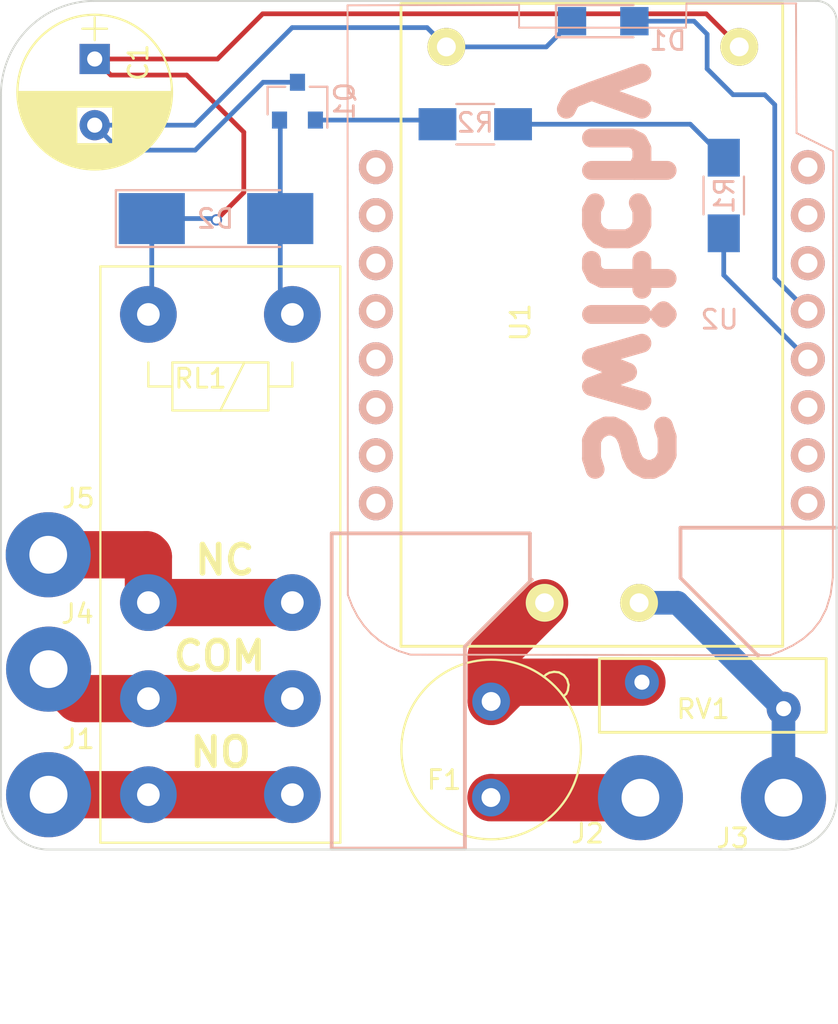
<source format=kicad_pcb>
(kicad_pcb (version 4) (host pcbnew 4.0.7-e1-6374~58~ubuntu16.04.1)

  (general
    (links 23)
    (no_connects 0)
    (area 96.957599 60.179952 141.280001 105.164089)
    (thickness 1.6)
    (drawings 24)
    (tracks 66)
    (zones 0)
    (modules 16)
    (nets 14)
  )

  (page A4)
  (layers
    (0 F.Cu signal)
    (31 B.Cu signal)
    (32 B.Adhes user)
    (33 F.Adhes user)
    (34 B.Paste user)
    (35 F.Paste user)
    (36 B.SilkS user)
    (37 F.SilkS user)
    (38 B.Mask user)
    (39 F.Mask user)
    (40 Dwgs.User user)
    (41 Cmts.User user)
    (42 Eco1.User user)
    (43 Eco2.User user)
    (44 Edge.Cuts user)
    (45 Margin user)
    (46 B.CrtYd user)
    (47 F.CrtYd user)
    (48 B.Fab user)
    (49 F.Fab user)
  )

  (setup
    (last_trace_width 0.25)
    (trace_clearance 0.2)
    (zone_clearance 0.508)
    (zone_45_only yes)
    (trace_min 0.2)
    (segment_width 0.2)
    (edge_width 0.1)
    (via_size 0.6)
    (via_drill 0.4)
    (via_min_size 0.4)
    (via_min_drill 0.3)
    (uvia_size 0.3)
    (uvia_drill 0.1)
    (uvias_allowed no)
    (uvia_min_size 0.2)
    (uvia_min_drill 0.1)
    (pcb_text_width 0.3)
    (pcb_text_size 1.5 1.5)
    (mod_edge_width 0.15)
    (mod_text_size 1 1)
    (mod_text_width 0.15)
    (pad_size 1.5 1.5)
    (pad_drill 0.6)
    (pad_to_mask_clearance 0)
    (aux_axis_origin 0 0)
    (visible_elements FFFFFFFF)
    (pcbplotparams
      (layerselection 0x00030_80000001)
      (usegerberextensions false)
      (excludeedgelayer true)
      (linewidth 0.100000)
      (plotframeref false)
      (viasonmask false)
      (mode 1)
      (useauxorigin false)
      (hpglpennumber 1)
      (hpglpenspeed 20)
      (hpglpendiameter 15)
      (hpglpenoverlay 2)
      (psnegative false)
      (psa4output false)
      (plotreference true)
      (plotvalue true)
      (plotinvisibletext false)
      (padsonsilk false)
      (subtractmaskfromsilk false)
      (outputformat 1)
      (mirror false)
      (drillshape 1)
      (scaleselection 1)
      (outputdirectory ""))
  )

  (net 0 "")
  (net 1 GND)
  (net 2 "Net-(F1-Pad1)")
  (net 3 "Net-(F1-Pad2)")
  (net 4 "Net-(J1-Pad1)")
  (net 5 +3V3)
  (net 6 "Net-(J3-Pad1)")
  (net 7 "Net-(J4-Pad1)")
  (net 8 "Net-(D1-Pad2)")
  (net 9 "Net-(J5-Pad1)")
  (net 10 "Net-(D2-Pad2)")
  (net 11 "Net-(Q1-Pad1)")
  (net 12 "Net-(R1-Pad1)")
  (net 13 "Net-(R1-Pad2)")

  (net_class Default "This is the default net class."
    (clearance 0.2)
    (trace_width 0.25)
    (via_dia 0.6)
    (via_drill 0.4)
    (uvia_dia 0.3)
    (uvia_drill 0.1)
    (add_net +3V3)
    (add_net GND)
    (add_net "Net-(D1-Pad2)")
    (add_net "Net-(D2-Pad2)")
    (add_net "Net-(Q1-Pad1)")
    (add_net "Net-(R1-Pad1)")
    (add_net "Net-(R1-Pad2)")
  )

  (net_class 240V_B_CU ""
    (clearance 0.2)
    (trace_width 1.25)
    (via_dia 0.6)
    (via_drill 0.4)
    (uvia_dia 0.3)
    (uvia_drill 0.1)
    (add_net "Net-(J3-Pad1)")
  )

  (net_class 240V_F_CU ""
    (clearance 0.2)
    (trace_width 2.5)
    (via_dia 0.6)
    (via_drill 0.4)
    (uvia_dia 0.3)
    (uvia_drill 0.1)
    (add_net "Net-(F1-Pad1)")
    (add_net "Net-(F1-Pad2)")
    (add_net "Net-(J1-Pad1)")
    (add_net "Net-(J4-Pad1)")
    (add_net "Net-(J5-Pad1)")
  )

  (module suf_power_module:HLK-PM01 (layer F.Cu) (tedit 5987F362) (tstamp 596346B0)
    (at 128.28 77.36 90)
    (path /595494B8)
    (fp_text reference U1 (at 0.13 -3.78 270) (layer F.SilkS)
      (effects (font (size 1 1) (thickness 0.15)))
    )
    (fp_text value HLK-PM05 (at -0.03 -2.05 270) (layer F.Fab)
      (effects (font (size 1 1) (thickness 0.15)))
    )
    (fp_line (start -17 -10.1) (end -17 10.1) (layer F.SilkS) (width 0.15))
    (fp_line (start -17 10.1) (end 17 10.1) (layer F.SilkS) (width 0.15))
    (fp_line (start 17 10.1) (end 17 -10.1) (layer F.SilkS) (width 0.15))
    (fp_line (start 17 -10.1) (end -17 -10.1) (layer F.SilkS) (width 0.15))
    (pad 1 thru_hole circle (at -14.7 -2.5 90) (size 2 2) (drill 1) (layers *.Cu *.Mask F.SilkS)
      (net 3 "Net-(F1-Pad2)"))
    (pad 2 thru_hole circle (at -14.7 2.5 90) (size 2 2) (drill 1) (layers *.Cu *.Mask F.SilkS)
      (net 6 "Net-(J3-Pad1)"))
    (pad 3 thru_hole circle (at 14.7 -7.7 90) (size 2 2) (drill 1) (layers *.Cu *.Mask F.SilkS)
      (net 1 GND))
    (pad 4 thru_hole circle (at 14.7 7.8 90) (size 2 2) (drill 1) (layers *.Cu *.Mask F.SilkS)
      (net 5 +3V3))
  )

  (module wemos_d1_mini:D1_mini_board (layer B.Cu) (tedit 5977340D) (tstamp 5965BF79)
    (at 128.28 76.64)
    (path /59705B1C)
    (fp_text reference U2 (at 6.76 0.44 180) (layer B.SilkS)
      (effects (font (size 1 1) (thickness 0.15)) (justify mirror))
    )
    (fp_text value WeMos_mini (at 0.12 17.31) (layer B.Fab)
      (effects (font (size 1 1) (thickness 0.15)) (justify mirror))
    )
    (fp_line (start 10.817472 -16.277228) (end 5.00618 -16.277228) (layer B.SilkS) (width 0.1))
    (fp_line (start 5.00618 -16.277228) (end 4.979849 -14.993795) (layer B.SilkS) (width 0.1))
    (fp_line (start 4.979849 -14.993795) (end -3.851373 -15.000483) (layer B.SilkS) (width 0.1))
    (fp_line (start -3.851373 -15.000483) (end -3.849397 -16.202736) (layer B.SilkS) (width 0.1))
    (fp_line (start -3.849397 -16.202736) (end -12.930193 -16.176658) (layer B.SilkS) (width 0.1))
    (fp_line (start -12.930193 -16.176658) (end -12.916195 14.993493) (layer B.SilkS) (width 0.1))
    (fp_line (start -12.916195 14.993493) (end -12.683384 15.596286) (layer B.SilkS) (width 0.1))
    (fp_line (start -12.683384 15.596286) (end -12.399901 16.141167) (layer B.SilkS) (width 0.1))
    (fp_line (start -12.399901 16.141167) (end -12.065253 16.627577) (layer B.SilkS) (width 0.1))
    (fp_line (start -12.065253 16.627577) (end -11.678953 17.054952) (layer B.SilkS) (width 0.1))
    (fp_line (start -11.678953 17.054952) (end -11.240512 17.422741) (layer B.SilkS) (width 0.1))
    (fp_line (start -11.240512 17.422741) (end -10.74944 17.730377) (layer B.SilkS) (width 0.1))
    (fp_line (start -10.74944 17.730377) (end -10.20525 17.97731) (layer B.SilkS) (width 0.1))
    (fp_line (start -10.20525 17.97731) (end -9.607453 18.162976) (layer B.SilkS) (width 0.1))
    (fp_line (start -9.607453 18.162976) (end 9.43046 18.191734) (layer B.SilkS) (width 0.1))
    (fp_line (start 9.43046 18.191734) (end 10.049824 17.957741) (layer B.SilkS) (width 0.1))
    (fp_line (start 10.049824 17.957741) (end 10.638018 17.673258) (layer B.SilkS) (width 0.1))
    (fp_line (start 10.638018 17.673258) (end 11.181445 17.323743) (layer B.SilkS) (width 0.1))
    (fp_line (start 11.181445 17.323743) (end 11.666503 16.894658) (layer B.SilkS) (width 0.1))
    (fp_line (start 11.666503 16.894658) (end 12.079595 16.37146) (layer B.SilkS) (width 0.1))
    (fp_line (start 12.079595 16.37146) (end 12.407122 15.739613) (layer B.SilkS) (width 0.1))
    (fp_line (start 12.407122 15.739613) (end 12.635482 14.984575) (layer B.SilkS) (width 0.1))
    (fp_line (start 12.635482 14.984575) (end 12.751078 14.091807) (layer B.SilkS) (width 0.1))
    (fp_line (start 12.751078 14.091807) (end 12.776026 -8.463285) (layer B.SilkS) (width 0.1))
    (fp_line (start 12.776026 -8.463285) (end 10.83248 -9.424181) (layer B.SilkS) (width 0.1))
    (fp_line (start 10.83248 -9.424181) (end 10.802686 -16.232524) (layer B.SilkS) (width 0.1))
    (pad 8 thru_hole circle (at -11.43 10.16) (size 1.8 1.8) (drill 1.016) (layers *.Cu *.Mask B.SilkS))
    (pad 7 thru_hole circle (at -11.43 7.62) (size 1.8 1.8) (drill 1.016) (layers *.Cu *.Mask B.SilkS))
    (pad 6 thru_hole circle (at -11.43 5.08) (size 1.8 1.8) (drill 1.016) (layers *.Cu *.Mask B.SilkS))
    (pad 5 thru_hole circle (at -11.43 2.54) (size 1.8 1.8) (drill 1.016) (layers *.Cu *.Mask B.SilkS))
    (pad 4 thru_hole circle (at -11.43 0) (size 1.8 1.8) (drill 1.016) (layers *.Cu *.Mask B.SilkS))
    (pad 3 thru_hole circle (at -11.43 -2.54) (size 1.8 1.8) (drill 1.016) (layers *.Cu *.Mask B.SilkS))
    (pad 2 thru_hole circle (at -11.43 -5.08) (size 1.8 1.8) (drill 1.016) (layers *.Cu *.Mask B.SilkS))
    (pad 1 thru_hole circle (at -11.43 -7.62) (size 1.8 1.8) (drill 1.016) (layers *.Cu *.Mask B.SilkS))
    (pad 16 thru_hole circle (at 11.43 -7.62) (size 1.8 1.8) (drill 1.016) (layers *.Cu *.Mask B.SilkS))
    (pad 15 thru_hole circle (at 11.43 -5.08) (size 1.8 1.8) (drill 1.016) (layers *.Cu *.Mask B.SilkS))
    (pad 14 thru_hole circle (at 11.43 -2.54) (size 1.8 1.8) (drill 1.016) (layers *.Cu *.Mask B.SilkS))
    (pad 13 thru_hole circle (at 11.43 0) (size 1.8 1.8) (drill 1.016) (layers *.Cu *.Mask B.SilkS)
      (net 8 "Net-(D1-Pad2)"))
    (pad 12 thru_hole circle (at 11.43 2.54) (size 1.8 1.8) (drill 1.016) (layers *.Cu *.Mask B.SilkS)
      (net 12 "Net-(R1-Pad1)"))
    (pad 11 thru_hole circle (at 11.43 5.08) (size 1.8 1.8) (drill 1.016) (layers *.Cu *.Mask B.SilkS))
    (pad 10 thru_hole circle (at 11.43 7.62) (size 1.8 1.8) (drill 1.016) (layers *.Cu *.Mask B.SilkS))
    (pad 9 thru_hole circle (at 11.43 10.16) (size 1.8 1.8) (drill 1.016) (layers *.Cu *.Mask B.SilkS))
  )

  (module Wire_Pads:SolderWirePad_single_2mmDrill (layer F.Cu) (tedit 59732B88) (tstamp 5963468C)
    (at 99.53 102.21)
    (path /5954A718)
    (fp_text reference J1 (at 1.58 -2.94) (layer F.SilkS)
      (effects (font (size 1 1) (thickness 0.15)))
    )
    (fp_text value LOAD_NO (at 9.21 0.16) (layer F.Fab)
      (effects (font (size 1 1) (thickness 0.15)))
    )
    (pad 1 thru_hole circle (at 0 0) (size 4.50088 4.50088) (drill 1.99898) (layers *.Cu *.Mask)
      (net 4 "Net-(J1-Pad1)"))
  )

  (module Fuse_Holders_and_Fuses:Fuseholder_Fuse_TR5_Littlefuse-No560_No460 (layer F.Cu) (tedit 59732BCA) (tstamp 59634681)
    (at 122.94 102.36 90)
    (descr "Fuse, Fuseholder, TR5, Littlefuse/Wickmann, No. 460, No560,")
    (tags "Fuse Fuseholder TR5 Littlefuse/Wickmann No. 460 No560 ")
    (path /5954A51F)
    (fp_text reference F1 (at 0.93 -2.48 360) (layer F.SilkS)
      (effects (font (size 1 1) (thickness 0.15)))
    )
    (fp_text value TR5-50ma (at 2.42 0 180) (layer F.Fab)
      (effects (font (size 1 1) (thickness 0.15)))
    )
    (fp_line (start 5.44 3.94) (end 5.31 3.79) (layer F.Fab) (width 0.1))
    (fp_line (start 5.62 4.02) (end 5.44 3.94) (layer F.Fab) (width 0.1))
    (fp_line (start 5.91 4.06) (end 5.62 4.02) (layer F.Fab) (width 0.1))
    (fp_line (start 6.2 3.98) (end 5.91 4.06) (layer F.Fab) (width 0.1))
    (fp_line (start 6.42 3.81) (end 6.2 3.98) (layer F.Fab) (width 0.1))
    (fp_line (start 6.57 3.55) (end 6.42 3.81) (layer F.Fab) (width 0.1))
    (fp_line (start 6.6 3.29) (end 6.57 3.55) (layer F.Fab) (width 0.1))
    (fp_line (start 6.55 3.04) (end 6.6 3.29) (layer F.Fab) (width 0.1))
    (fp_line (start 6.46 2.88) (end 6.55 3.04) (layer F.Fab) (width 0.1))
    (fp_line (start 6.34 2.74) (end 6.46 2.88) (layer F.Fab) (width 0.1))
    (fp_line (start 6.39 2.79) (end 6.51 2.93) (layer F.SilkS) (width 0.12))
    (fp_line (start 6.51 2.93) (end 6.6 3.09) (layer F.SilkS) (width 0.12))
    (fp_line (start 6.6 3.09) (end 6.65 3.34) (layer F.SilkS) (width 0.12))
    (fp_line (start 6.65 3.34) (end 6.62 3.6) (layer F.SilkS) (width 0.12))
    (fp_line (start 6.62 3.6) (end 6.47 3.86) (layer F.SilkS) (width 0.12))
    (fp_line (start 6.47 3.86) (end 6.25 4.03) (layer F.SilkS) (width 0.12))
    (fp_line (start 6.25 4.03) (end 5.96 4.11) (layer F.SilkS) (width 0.12))
    (fp_line (start 5.96 4.11) (end 5.67 4.07) (layer F.SilkS) (width 0.12))
    (fp_line (start 5.67 4.07) (end 5.49 3.99) (layer F.SilkS) (width 0.12))
    (fp_line (start 5.49 3.99) (end 5.36 3.84) (layer F.SilkS) (width 0.12))
    (fp_line (start -2.46 -4.99) (end 7.54 -4.99) (layer F.CrtYd) (width 0.05))
    (fp_line (start -2.46 -4.99) (end -2.46 5.01) (layer F.CrtYd) (width 0.05))
    (fp_line (start 7.54 5.01) (end 7.54 -4.99) (layer F.CrtYd) (width 0.05))
    (fp_line (start 7.54 5.01) (end -2.46 5.01) (layer F.CrtYd) (width 0.05))
    (fp_circle (center 2.55 0) (end 7.25 0) (layer F.Fab) (width 0.1))
    (fp_circle (center 2.54 0.01) (end 7.29 0.01) (layer F.SilkS) (width 0.12))
    (pad 1 thru_hole circle (at 0 0 90) (size 2 2) (drill 1) (layers *.Cu *.Mask)
      (net 2 "Net-(F1-Pad1)"))
    (pad 2 thru_hole circle (at 5.08 0.01 90) (size 2 2) (drill 1) (layers *.Cu *.Mask)
      (net 3 "Net-(F1-Pad2)"))
  )

  (module Wire_Pads:SolderWirePad_single_2mmDrill (layer F.Cu) (tedit 59732627) (tstamp 59634691)
    (at 130.85 102.37)
    (path /59549567)
    (fp_text reference J2 (at -2.79 1.89) (layer F.SilkS)
      (effects (font (size 1 1) (thickness 0.15)))
    )
    (fp_text value PHASE_IN (at 0.13 6.99 270) (layer F.Fab)
      (effects (font (size 1 1) (thickness 0.15)))
    )
    (pad 1 thru_hole circle (at 0 0) (size 4.50088 4.50088) (drill 1.99898) (layers *.Cu *.Mask)
      (net 2 "Net-(F1-Pad1)"))
  )

  (module Wire_Pads:SolderWirePad_single_2mmDrill (layer F.Cu) (tedit 5973276D) (tstamp 59634696)
    (at 138.42 102.37)
    (path /595495C5)
    (fp_text reference J3 (at -2.68 2.14) (layer F.SilkS)
      (effects (font (size 1 1) (thickness 0.15)))
    )
    (fp_text value NEUTRAL_IN (at 0.14 7.49 270) (layer F.Fab)
      (effects (font (size 1 1) (thickness 0.15)))
    )
    (pad 1 thru_hole circle (at 0 0) (size 4.50088 4.50088) (drill 1.99898) (layers *.Cu *.Mask)
      (net 6 "Net-(J3-Pad1)"))
  )

  (module Relays_THT:Relay_SPDT_Schrack-RT1_RM5mm (layer F.Cu) (tedit 5973271C) (tstamp 596346A2)
    (at 104.81 76.81 270)
    (descr "Relay SPST Schrack-RT1 RM5mm")
    (tags "Relay SPST Schrack-RT1 RM5mm Reais 1x um")
    (path /59633C58)
    (fp_text reference RL1 (at 3.39 -2.76 360) (layer F.SilkS)
      (effects (font (size 1 1) (thickness 0.15)))
    )
    (fp_text value SCHRACK_16A_5V_COIL (at 1.51 6.58 270) (layer F.Fab)
      (effects (font (size 1 1) (thickness 0.15)))
    )
    (fp_line (start -2.8 -10.4) (end 28.2 -10.4) (layer F.CrtYd) (width 0.05))
    (fp_line (start -2.8 2.8) (end -2.8 -10.4) (layer F.CrtYd) (width 0.05))
    (fp_line (start 28.2 -10.4) (end 28.2 2.8) (layer F.CrtYd) (width 0.05))
    (fp_line (start 28.2 2.8) (end -2.8 2.8) (layer F.CrtYd) (width 0.05))
    (fp_line (start 2.54 -5.08) (end 5.08 -3.81) (layer F.SilkS) (width 0.12))
    (fp_line (start 3.81 -1.27) (end 3.81 0) (layer F.SilkS) (width 0.12))
    (fp_line (start 3.81 0) (end 2.54 0) (layer F.SilkS) (width 0.12))
    (fp_line (start 2.54 -7.62) (end 3.81 -7.62) (layer F.SilkS) (width 0.12))
    (fp_line (start 3.81 -7.62) (end 3.81 -6.35) (layer F.SilkS) (width 0.12))
    (fp_line (start 3.81 -6.35) (end 5.08 -6.35) (layer F.SilkS) (width 0.12))
    (fp_line (start 5.08 -6.35) (end 5.08 -1.27) (layer F.SilkS) (width 0.12))
    (fp_line (start 5.08 -1.27) (end 2.54 -1.27) (layer F.SilkS) (width 0.12))
    (fp_line (start 2.54 -1.27) (end 2.54 -6.35) (layer F.SilkS) (width 0.12))
    (fp_line (start 2.54 -6.35) (end 3.81 -6.35) (layer F.SilkS) (width 0.12))
    (fp_line (start -2.54 -10.16) (end 27.94 -10.16) (layer F.SilkS) (width 0.12))
    (fp_line (start 27.94 -10.16) (end 27.94 2.54) (layer F.SilkS) (width 0.12))
    (fp_line (start 27.94 2.54) (end -2.54 2.54) (layer F.SilkS) (width 0.12))
    (fp_line (start -2.54 2.54) (end -2.54 -10.16) (layer F.SilkS) (width 0.12))
    (pad A1 thru_hole circle (at 0 -7.62 270) (size 2.99974 2.99974) (drill 1.19888) (layers *.Cu *.Mask)
      (net 10 "Net-(D2-Pad2)"))
    (pad A2 thru_hole circle (at 0 0 270) (size 2.99974 2.99974) (drill 1.19888) (layers *.Cu *.Mask)
      (net 5 +3V3))
    (pad 12 thru_hole circle (at 15.24 0 270) (size 2.99974 2.99974) (drill 1.19888) (layers *.Cu *.Mask)
      (net 9 "Net-(J5-Pad1)"))
    (pad 11 thru_hole circle (at 20.32 0 270) (size 2.99974 2.99974) (drill 1.19888) (layers *.Cu *.Mask)
      (net 7 "Net-(J4-Pad1)"))
    (pad 14 thru_hole circle (at 25.4 0 270) (size 2.99974 2.99974) (drill 1.19888) (layers *.Cu *.Mask)
      (net 4 "Net-(J1-Pad1)"))
    (pad 12 thru_hole circle (at 15.24 -7.62 270) (size 2.99974 2.99974) (drill 1.19888) (layers *.Cu *.Mask)
      (net 9 "Net-(J5-Pad1)"))
    (pad 11 thru_hole circle (at 20.32 -7.62 270) (size 2.99974 2.99974) (drill 1.19888) (layers *.Cu *.Mask)
      (net 7 "Net-(J4-Pad1)"))
    (pad 14 thru_hole circle (at 25.4 -7.62 270) (size 2.99974 2.99974) (drill 1.19888) (layers *.Cu *.Mask)
      (net 4 "Net-(J1-Pad1)"))
  )

  (module Varistors:RV_Disc_D12_W3.9_P7.5 (layer F.Cu) (tedit 59732652) (tstamp 596346A8)
    (at 138.43 97.66 180)
    (tags "varistor SIOV")
    (path /5962E505)
    (fp_text reference RV1 (at 4.26 -0.02 360) (layer F.SilkS)
      (effects (font (size 1 1) (thickness 0.15)))
    )
    (fp_text value Varistor (at 1.41 1.88 360) (layer F.Fab)
      (effects (font (size 1 1) (thickness 0.15)))
    )
    (fp_line (start -2.5 2.9) (end 10 2.9) (layer F.CrtYd) (width 0.05))
    (fp_line (start -2.5 -1.5) (end 10 -1.5) (layer F.CrtYd) (width 0.05))
    (fp_line (start 10 -1.5) (end 10 2.9) (layer F.CrtYd) (width 0.05))
    (fp_line (start -2.5 -1.5) (end -2.5 2.9) (layer F.CrtYd) (width 0.05))
    (fp_line (start -2.25 2.65) (end 9.75 2.65) (layer F.SilkS) (width 0.15))
    (fp_line (start -2.25 -1.25) (end 9.75 -1.25) (layer F.SilkS) (width 0.15))
    (fp_line (start 9.75 -1.25) (end 9.75 2.65) (layer F.SilkS) (width 0.15))
    (fp_line (start -2.25 -1.25) (end -2.25 2.65) (layer F.SilkS) (width 0.15))
    (pad 1 thru_hole circle (at 0 0 180) (size 1.8 1.8) (drill 0.8) (layers *.Cu *.Mask)
      (net 6 "Net-(J3-Pad1)"))
    (pad 2 thru_hole circle (at 7.5 1.4 180) (size 1.8 1.8) (drill 0.8) (layers *.Cu *.Mask)
      (net 3 "Net-(F1-Pad2)"))
  )

  (module Capacitors_THT:CP_Radial_D8.0mm_P3.50mm (layer F.Cu) (tedit 597326DF) (tstamp 5965E408)
    (at 101.97 63.3 270)
    (descr "CP, Radial series, Radial, pin pitch=3.50mm, , diameter=8mm, Electrolytic Capacitor")
    (tags "CP Radial series Radial pin pitch 3.50mm  diameter 8mm Electrolytic Capacitor")
    (path /5965DDFA)
    (fp_text reference C1 (at 0.18 -2.31 270) (layer F.SilkS)
      (effects (font (size 1 1) (thickness 0.15)))
    )
    (fp_text value "470uf 16v" (at 1.86 -5.42 450) (layer F.Fab)
      (effects (font (size 1 1) (thickness 0.15)))
    )
    (fp_circle (center 1.75 0) (end 5.75 0) (layer F.Fab) (width 0.1))
    (fp_circle (center 1.75 0) (end 5.84 0) (layer F.SilkS) (width 0.12))
    (fp_line (start -2.2 0) (end -1 0) (layer F.Fab) (width 0.1))
    (fp_line (start -1.6 -0.65) (end -1.6 0.65) (layer F.Fab) (width 0.1))
    (fp_line (start 1.75 -4.05) (end 1.75 4.05) (layer F.SilkS) (width 0.12))
    (fp_line (start 1.79 -4.05) (end 1.79 4.05) (layer F.SilkS) (width 0.12))
    (fp_line (start 1.83 -4.05) (end 1.83 4.05) (layer F.SilkS) (width 0.12))
    (fp_line (start 1.87 -4.049) (end 1.87 4.049) (layer F.SilkS) (width 0.12))
    (fp_line (start 1.91 -4.047) (end 1.91 4.047) (layer F.SilkS) (width 0.12))
    (fp_line (start 1.95 -4.046) (end 1.95 4.046) (layer F.SilkS) (width 0.12))
    (fp_line (start 1.99 -4.043) (end 1.99 4.043) (layer F.SilkS) (width 0.12))
    (fp_line (start 2.03 -4.041) (end 2.03 4.041) (layer F.SilkS) (width 0.12))
    (fp_line (start 2.07 -4.038) (end 2.07 4.038) (layer F.SilkS) (width 0.12))
    (fp_line (start 2.11 -4.035) (end 2.11 4.035) (layer F.SilkS) (width 0.12))
    (fp_line (start 2.15 -4.031) (end 2.15 4.031) (layer F.SilkS) (width 0.12))
    (fp_line (start 2.19 -4.027) (end 2.19 4.027) (layer F.SilkS) (width 0.12))
    (fp_line (start 2.23 -4.022) (end 2.23 4.022) (layer F.SilkS) (width 0.12))
    (fp_line (start 2.27 -4.017) (end 2.27 4.017) (layer F.SilkS) (width 0.12))
    (fp_line (start 2.31 -4.012) (end 2.31 4.012) (layer F.SilkS) (width 0.12))
    (fp_line (start 2.35 -4.006) (end 2.35 4.006) (layer F.SilkS) (width 0.12))
    (fp_line (start 2.39 -4) (end 2.39 4) (layer F.SilkS) (width 0.12))
    (fp_line (start 2.43 -3.994) (end 2.43 3.994) (layer F.SilkS) (width 0.12))
    (fp_line (start 2.471 -3.987) (end 2.471 3.987) (layer F.SilkS) (width 0.12))
    (fp_line (start 2.511 -3.979) (end 2.511 3.979) (layer F.SilkS) (width 0.12))
    (fp_line (start 2.551 -3.971) (end 2.551 -0.98) (layer F.SilkS) (width 0.12))
    (fp_line (start 2.551 0.98) (end 2.551 3.971) (layer F.SilkS) (width 0.12))
    (fp_line (start 2.591 -3.963) (end 2.591 -0.98) (layer F.SilkS) (width 0.12))
    (fp_line (start 2.591 0.98) (end 2.591 3.963) (layer F.SilkS) (width 0.12))
    (fp_line (start 2.631 -3.955) (end 2.631 -0.98) (layer F.SilkS) (width 0.12))
    (fp_line (start 2.631 0.98) (end 2.631 3.955) (layer F.SilkS) (width 0.12))
    (fp_line (start 2.671 -3.946) (end 2.671 -0.98) (layer F.SilkS) (width 0.12))
    (fp_line (start 2.671 0.98) (end 2.671 3.946) (layer F.SilkS) (width 0.12))
    (fp_line (start 2.711 -3.936) (end 2.711 -0.98) (layer F.SilkS) (width 0.12))
    (fp_line (start 2.711 0.98) (end 2.711 3.936) (layer F.SilkS) (width 0.12))
    (fp_line (start 2.751 -3.926) (end 2.751 -0.98) (layer F.SilkS) (width 0.12))
    (fp_line (start 2.751 0.98) (end 2.751 3.926) (layer F.SilkS) (width 0.12))
    (fp_line (start 2.791 -3.916) (end 2.791 -0.98) (layer F.SilkS) (width 0.12))
    (fp_line (start 2.791 0.98) (end 2.791 3.916) (layer F.SilkS) (width 0.12))
    (fp_line (start 2.831 -3.905) (end 2.831 -0.98) (layer F.SilkS) (width 0.12))
    (fp_line (start 2.831 0.98) (end 2.831 3.905) (layer F.SilkS) (width 0.12))
    (fp_line (start 2.871 -3.894) (end 2.871 -0.98) (layer F.SilkS) (width 0.12))
    (fp_line (start 2.871 0.98) (end 2.871 3.894) (layer F.SilkS) (width 0.12))
    (fp_line (start 2.911 -3.883) (end 2.911 -0.98) (layer F.SilkS) (width 0.12))
    (fp_line (start 2.911 0.98) (end 2.911 3.883) (layer F.SilkS) (width 0.12))
    (fp_line (start 2.951 -3.87) (end 2.951 -0.98) (layer F.SilkS) (width 0.12))
    (fp_line (start 2.951 0.98) (end 2.951 3.87) (layer F.SilkS) (width 0.12))
    (fp_line (start 2.991 -3.858) (end 2.991 -0.98) (layer F.SilkS) (width 0.12))
    (fp_line (start 2.991 0.98) (end 2.991 3.858) (layer F.SilkS) (width 0.12))
    (fp_line (start 3.031 -3.845) (end 3.031 -0.98) (layer F.SilkS) (width 0.12))
    (fp_line (start 3.031 0.98) (end 3.031 3.845) (layer F.SilkS) (width 0.12))
    (fp_line (start 3.071 -3.832) (end 3.071 -0.98) (layer F.SilkS) (width 0.12))
    (fp_line (start 3.071 0.98) (end 3.071 3.832) (layer F.SilkS) (width 0.12))
    (fp_line (start 3.111 -3.818) (end 3.111 -0.98) (layer F.SilkS) (width 0.12))
    (fp_line (start 3.111 0.98) (end 3.111 3.818) (layer F.SilkS) (width 0.12))
    (fp_line (start 3.151 -3.803) (end 3.151 -0.98) (layer F.SilkS) (width 0.12))
    (fp_line (start 3.151 0.98) (end 3.151 3.803) (layer F.SilkS) (width 0.12))
    (fp_line (start 3.191 -3.789) (end 3.191 -0.98) (layer F.SilkS) (width 0.12))
    (fp_line (start 3.191 0.98) (end 3.191 3.789) (layer F.SilkS) (width 0.12))
    (fp_line (start 3.231 -3.773) (end 3.231 -0.98) (layer F.SilkS) (width 0.12))
    (fp_line (start 3.231 0.98) (end 3.231 3.773) (layer F.SilkS) (width 0.12))
    (fp_line (start 3.271 -3.758) (end 3.271 -0.98) (layer F.SilkS) (width 0.12))
    (fp_line (start 3.271 0.98) (end 3.271 3.758) (layer F.SilkS) (width 0.12))
    (fp_line (start 3.311 -3.741) (end 3.311 -0.98) (layer F.SilkS) (width 0.12))
    (fp_line (start 3.311 0.98) (end 3.311 3.741) (layer F.SilkS) (width 0.12))
    (fp_line (start 3.351 -3.725) (end 3.351 -0.98) (layer F.SilkS) (width 0.12))
    (fp_line (start 3.351 0.98) (end 3.351 3.725) (layer F.SilkS) (width 0.12))
    (fp_line (start 3.391 -3.707) (end 3.391 -0.98) (layer F.SilkS) (width 0.12))
    (fp_line (start 3.391 0.98) (end 3.391 3.707) (layer F.SilkS) (width 0.12))
    (fp_line (start 3.431 -3.69) (end 3.431 -0.98) (layer F.SilkS) (width 0.12))
    (fp_line (start 3.431 0.98) (end 3.431 3.69) (layer F.SilkS) (width 0.12))
    (fp_line (start 3.471 -3.671) (end 3.471 -0.98) (layer F.SilkS) (width 0.12))
    (fp_line (start 3.471 0.98) (end 3.471 3.671) (layer F.SilkS) (width 0.12))
    (fp_line (start 3.511 -3.652) (end 3.511 -0.98) (layer F.SilkS) (width 0.12))
    (fp_line (start 3.511 0.98) (end 3.511 3.652) (layer F.SilkS) (width 0.12))
    (fp_line (start 3.551 -3.633) (end 3.551 -0.98) (layer F.SilkS) (width 0.12))
    (fp_line (start 3.551 0.98) (end 3.551 3.633) (layer F.SilkS) (width 0.12))
    (fp_line (start 3.591 -3.613) (end 3.591 -0.98) (layer F.SilkS) (width 0.12))
    (fp_line (start 3.591 0.98) (end 3.591 3.613) (layer F.SilkS) (width 0.12))
    (fp_line (start 3.631 -3.593) (end 3.631 -0.98) (layer F.SilkS) (width 0.12))
    (fp_line (start 3.631 0.98) (end 3.631 3.593) (layer F.SilkS) (width 0.12))
    (fp_line (start 3.671 -3.572) (end 3.671 -0.98) (layer F.SilkS) (width 0.12))
    (fp_line (start 3.671 0.98) (end 3.671 3.572) (layer F.SilkS) (width 0.12))
    (fp_line (start 3.711 -3.55) (end 3.711 -0.98) (layer F.SilkS) (width 0.12))
    (fp_line (start 3.711 0.98) (end 3.711 3.55) (layer F.SilkS) (width 0.12))
    (fp_line (start 3.751 -3.528) (end 3.751 -0.98) (layer F.SilkS) (width 0.12))
    (fp_line (start 3.751 0.98) (end 3.751 3.528) (layer F.SilkS) (width 0.12))
    (fp_line (start 3.791 -3.505) (end 3.791 -0.98) (layer F.SilkS) (width 0.12))
    (fp_line (start 3.791 0.98) (end 3.791 3.505) (layer F.SilkS) (width 0.12))
    (fp_line (start 3.831 -3.482) (end 3.831 -0.98) (layer F.SilkS) (width 0.12))
    (fp_line (start 3.831 0.98) (end 3.831 3.482) (layer F.SilkS) (width 0.12))
    (fp_line (start 3.871 -3.458) (end 3.871 -0.98) (layer F.SilkS) (width 0.12))
    (fp_line (start 3.871 0.98) (end 3.871 3.458) (layer F.SilkS) (width 0.12))
    (fp_line (start 3.911 -3.434) (end 3.911 -0.98) (layer F.SilkS) (width 0.12))
    (fp_line (start 3.911 0.98) (end 3.911 3.434) (layer F.SilkS) (width 0.12))
    (fp_line (start 3.951 -3.408) (end 3.951 -0.98) (layer F.SilkS) (width 0.12))
    (fp_line (start 3.951 0.98) (end 3.951 3.408) (layer F.SilkS) (width 0.12))
    (fp_line (start 3.991 -3.383) (end 3.991 -0.98) (layer F.SilkS) (width 0.12))
    (fp_line (start 3.991 0.98) (end 3.991 3.383) (layer F.SilkS) (width 0.12))
    (fp_line (start 4.031 -3.356) (end 4.031 -0.98) (layer F.SilkS) (width 0.12))
    (fp_line (start 4.031 0.98) (end 4.031 3.356) (layer F.SilkS) (width 0.12))
    (fp_line (start 4.071 -3.329) (end 4.071 -0.98) (layer F.SilkS) (width 0.12))
    (fp_line (start 4.071 0.98) (end 4.071 3.329) (layer F.SilkS) (width 0.12))
    (fp_line (start 4.111 -3.301) (end 4.111 -0.98) (layer F.SilkS) (width 0.12))
    (fp_line (start 4.111 0.98) (end 4.111 3.301) (layer F.SilkS) (width 0.12))
    (fp_line (start 4.151 -3.272) (end 4.151 -0.98) (layer F.SilkS) (width 0.12))
    (fp_line (start 4.151 0.98) (end 4.151 3.272) (layer F.SilkS) (width 0.12))
    (fp_line (start 4.191 -3.243) (end 4.191 -0.98) (layer F.SilkS) (width 0.12))
    (fp_line (start 4.191 0.98) (end 4.191 3.243) (layer F.SilkS) (width 0.12))
    (fp_line (start 4.231 -3.213) (end 4.231 -0.98) (layer F.SilkS) (width 0.12))
    (fp_line (start 4.231 0.98) (end 4.231 3.213) (layer F.SilkS) (width 0.12))
    (fp_line (start 4.271 -3.182) (end 4.271 -0.98) (layer F.SilkS) (width 0.12))
    (fp_line (start 4.271 0.98) (end 4.271 3.182) (layer F.SilkS) (width 0.12))
    (fp_line (start 4.311 -3.15) (end 4.311 -0.98) (layer F.SilkS) (width 0.12))
    (fp_line (start 4.311 0.98) (end 4.311 3.15) (layer F.SilkS) (width 0.12))
    (fp_line (start 4.351 -3.118) (end 4.351 -0.98) (layer F.SilkS) (width 0.12))
    (fp_line (start 4.351 0.98) (end 4.351 3.118) (layer F.SilkS) (width 0.12))
    (fp_line (start 4.391 -3.084) (end 4.391 -0.98) (layer F.SilkS) (width 0.12))
    (fp_line (start 4.391 0.98) (end 4.391 3.084) (layer F.SilkS) (width 0.12))
    (fp_line (start 4.431 -3.05) (end 4.431 -0.98) (layer F.SilkS) (width 0.12))
    (fp_line (start 4.431 0.98) (end 4.431 3.05) (layer F.SilkS) (width 0.12))
    (fp_line (start 4.471 -3.015) (end 4.471 -0.98) (layer F.SilkS) (width 0.12))
    (fp_line (start 4.471 0.98) (end 4.471 3.015) (layer F.SilkS) (width 0.12))
    (fp_line (start 4.511 -2.979) (end 4.511 2.979) (layer F.SilkS) (width 0.12))
    (fp_line (start 4.551 -2.942) (end 4.551 2.942) (layer F.SilkS) (width 0.12))
    (fp_line (start 4.591 -2.904) (end 4.591 2.904) (layer F.SilkS) (width 0.12))
    (fp_line (start 4.631 -2.865) (end 4.631 2.865) (layer F.SilkS) (width 0.12))
    (fp_line (start 4.671 -2.824) (end 4.671 2.824) (layer F.SilkS) (width 0.12))
    (fp_line (start 4.711 -2.783) (end 4.711 2.783) (layer F.SilkS) (width 0.12))
    (fp_line (start 4.751 -2.74) (end 4.751 2.74) (layer F.SilkS) (width 0.12))
    (fp_line (start 4.791 -2.697) (end 4.791 2.697) (layer F.SilkS) (width 0.12))
    (fp_line (start 4.831 -2.652) (end 4.831 2.652) (layer F.SilkS) (width 0.12))
    (fp_line (start 4.871 -2.605) (end 4.871 2.605) (layer F.SilkS) (width 0.12))
    (fp_line (start 4.911 -2.557) (end 4.911 2.557) (layer F.SilkS) (width 0.12))
    (fp_line (start 4.951 -2.508) (end 4.951 2.508) (layer F.SilkS) (width 0.12))
    (fp_line (start 4.991 -2.457) (end 4.991 2.457) (layer F.SilkS) (width 0.12))
    (fp_line (start 5.031 -2.404) (end 5.031 2.404) (layer F.SilkS) (width 0.12))
    (fp_line (start 5.071 -2.349) (end 5.071 2.349) (layer F.SilkS) (width 0.12))
    (fp_line (start 5.111 -2.293) (end 5.111 2.293) (layer F.SilkS) (width 0.12))
    (fp_line (start 5.151 -2.234) (end 5.151 2.234) (layer F.SilkS) (width 0.12))
    (fp_line (start 5.191 -2.173) (end 5.191 2.173) (layer F.SilkS) (width 0.12))
    (fp_line (start 5.231 -2.109) (end 5.231 2.109) (layer F.SilkS) (width 0.12))
    (fp_line (start 5.271 -2.043) (end 5.271 2.043) (layer F.SilkS) (width 0.12))
    (fp_line (start 5.311 -1.974) (end 5.311 1.974) (layer F.SilkS) (width 0.12))
    (fp_line (start 5.351 -1.902) (end 5.351 1.902) (layer F.SilkS) (width 0.12))
    (fp_line (start 5.391 -1.826) (end 5.391 1.826) (layer F.SilkS) (width 0.12))
    (fp_line (start 5.431 -1.745) (end 5.431 1.745) (layer F.SilkS) (width 0.12))
    (fp_line (start 5.471 -1.66) (end 5.471 1.66) (layer F.SilkS) (width 0.12))
    (fp_line (start 5.511 -1.57) (end 5.511 1.57) (layer F.SilkS) (width 0.12))
    (fp_line (start 5.551 -1.473) (end 5.551 1.473) (layer F.SilkS) (width 0.12))
    (fp_line (start 5.591 -1.369) (end 5.591 1.369) (layer F.SilkS) (width 0.12))
    (fp_line (start 5.631 -1.254) (end 5.631 1.254) (layer F.SilkS) (width 0.12))
    (fp_line (start 5.671 -1.127) (end 5.671 1.127) (layer F.SilkS) (width 0.12))
    (fp_line (start 5.711 -0.983) (end 5.711 0.983) (layer F.SilkS) (width 0.12))
    (fp_line (start 5.751 -0.814) (end 5.751 0.814) (layer F.SilkS) (width 0.12))
    (fp_line (start 5.791 -0.598) (end 5.791 0.598) (layer F.SilkS) (width 0.12))
    (fp_line (start 5.831 -0.246) (end 5.831 0.246) (layer F.SilkS) (width 0.12))
    (fp_line (start -2.2 0) (end -1 0) (layer F.SilkS) (width 0.12))
    (fp_line (start -1.6 -0.65) (end -1.6 0.65) (layer F.SilkS) (width 0.12))
    (fp_line (start -2.6 -4.35) (end -2.6 4.35) (layer F.CrtYd) (width 0.05))
    (fp_line (start -2.6 4.35) (end 6.1 4.35) (layer F.CrtYd) (width 0.05))
    (fp_line (start 6.1 4.35) (end 6.1 -4.35) (layer F.CrtYd) (width 0.05))
    (fp_line (start 6.1 -4.35) (end -2.6 -4.35) (layer F.CrtYd) (width 0.05))
    (pad 1 thru_hole rect (at 0 0 270) (size 1.6 1.6) (drill 0.8) (layers *.Cu *.Mask)
      (net 5 +3V3))
    (pad 2 thru_hole circle (at 3.5 0 270) (size 1.6 1.6) (drill 0.8) (layers *.Cu *.Mask)
      (net 1 GND))
    (model Capacitors_THT.3dshapes/CP_Radial_D8.0mm_P3.50mm.wrl
      (at (xyz 0 0 0))
      (scale (xyz 0.393701 0.393701 0.393701))
      (rotate (xyz 0 0 0))
    )
  )

  (module Diodes_SMD:D_MELF_Handsoldering (layer B.Cu) (tedit 59732750) (tstamp 59706FDE)
    (at 108.39 71.74)
    (descr "Diode MELF Handsoldering")
    (tags "Diode MELF Handsoldering")
    (path /596F1266)
    (attr smd)
    (fp_text reference D2 (at -0.03 0.01) (layer B.SilkS)
      (effects (font (size 1 1) (thickness 0.15)) (justify mirror))
    )
    (fp_text value 1N4148 (at 2.4 2.46) (layer B.Fab)
      (effects (font (size 1 1) (thickness 0.15)) (justify mirror))
    )
    (fp_line (start 3.4 1.5) (end -5.3 1.5) (layer B.SilkS) (width 0.12))
    (fp_line (start -5.3 1.5) (end -5.3 -1.5) (layer B.SilkS) (width 0.12))
    (fp_line (start -5.3 -1.5) (end 3.4 -1.5) (layer B.SilkS) (width 0.12))
    (fp_line (start 2.6 1.3) (end -2.6 1.3) (layer B.Fab) (width 0.1))
    (fp_line (start -2.6 1.3) (end -2.6 -1.3) (layer B.Fab) (width 0.1))
    (fp_line (start -2.6 -1.3) (end 2.6 -1.3) (layer B.Fab) (width 0.1))
    (fp_line (start 2.6 -1.3) (end 2.6 1.3) (layer B.Fab) (width 0.1))
    (fp_line (start -0.64944 -0.00102) (end -1.55114 -0.00102) (layer B.Fab) (width 0.1))
    (fp_line (start 0.50118 -0.00102) (end 1.4994 -0.00102) (layer B.Fab) (width 0.1))
    (fp_line (start -0.64944 0.79908) (end -0.64944 -0.80112) (layer B.Fab) (width 0.1))
    (fp_line (start 0.50118 -0.75032) (end 0.50118 0.79908) (layer B.Fab) (width 0.1))
    (fp_line (start -0.64944 -0.00102) (end 0.50118 -0.75032) (layer B.Fab) (width 0.1))
    (fp_line (start -0.64944 -0.00102) (end 0.50118 0.79908) (layer B.Fab) (width 0.1))
    (fp_line (start -5.4 1.6) (end 5.4 1.6) (layer B.CrtYd) (width 0.05))
    (fp_line (start 5.4 1.6) (end 5.4 -1.6) (layer B.CrtYd) (width 0.05))
    (fp_line (start 5.4 -1.6) (end -5.4 -1.6) (layer B.CrtYd) (width 0.05))
    (fp_line (start -5.4 -1.6) (end -5.4 1.6) (layer B.CrtYd) (width 0.05))
    (pad 1 smd rect (at -3.4 0) (size 3.5 2.7) (layers B.Cu B.Paste B.Mask)
      (net 5 +3V3))
    (pad 2 smd rect (at 3.4 0) (size 3.5 2.7) (layers B.Cu B.Paste B.Mask)
      (net 10 "Net-(D2-Pad2)"))
    (model Diodes_SMD.3dshapes/D_MELF_Handsoldering.wrl
      (at (xyz 0 0 0))
      (scale (xyz 0.3937 0.3937 0.3937))
      (rotate (xyz 0 0 180))
    )
  )

  (module LEDs:LED_1206 (layer B.Cu) (tedit 5987F26B) (tstamp 5971C18E)
    (at 128.88 61.3)
    (descr "LED 1206 smd package")
    (tags "LED led 1206 SMD smd SMT smt smdled SMDLED smtled SMTLED")
    (path /59718B3D)
    (attr smd)
    (fp_text reference D1 (at 3.42 1.04) (layer B.SilkS)
      (effects (font (size 1 1) (thickness 0.15)) (justify mirror))
    )
    (fp_text value LED_Small (at 1.27 2.33) (layer B.Fab)
      (effects (font (size 1 1) (thickness 0.15)) (justify mirror))
    )
    (fp_line (start -2.5 0.85) (end -2.5 -0.85) (layer B.SilkS) (width 0.12))
    (fp_line (start -0.45 0.4) (end -0.45 -0.4) (layer B.Fab) (width 0.1))
    (fp_line (start -0.4 0) (end 0.2 0.4) (layer B.Fab) (width 0.1))
    (fp_line (start 0.2 -0.4) (end -0.4 0) (layer B.Fab) (width 0.1))
    (fp_line (start 0.2 0.4) (end 0.2 -0.4) (layer B.Fab) (width 0.1))
    (fp_line (start 1.6 -0.8) (end -1.6 -0.8) (layer B.Fab) (width 0.1))
    (fp_line (start 1.6 0.8) (end 1.6 -0.8) (layer B.Fab) (width 0.1))
    (fp_line (start -1.6 0.8) (end 1.6 0.8) (layer B.Fab) (width 0.1))
    (fp_line (start -1.6 -0.8) (end -1.6 0.8) (layer B.Fab) (width 0.1))
    (fp_line (start -2.45 -0.85) (end 1.6 -0.85) (layer B.SilkS) (width 0.12))
    (fp_line (start -2.45 0.85) (end 1.6 0.85) (layer B.SilkS) (width 0.12))
    (fp_line (start 2.65 1) (end 2.65 -1) (layer B.CrtYd) (width 0.05))
    (fp_line (start 2.65 -1) (end -2.65 -1) (layer B.CrtYd) (width 0.05))
    (fp_line (start -2.65 -1) (end -2.65 1) (layer B.CrtYd) (width 0.05))
    (fp_line (start -2.65 1) (end 2.65 1) (layer B.CrtYd) (width 0.05))
    (pad 2 smd rect (at 1.65 0 180) (size 1.5 1.5) (layers B.Cu B.Paste B.Mask)
      (net 8 "Net-(D1-Pad2)"))
    (pad 1 smd rect (at -1.65 0 180) (size 1.5 1.5) (layers B.Cu B.Paste B.Mask)
      (net 1 GND))
    (model LEDs.3dshapes/LED_1206.wrl
      (at (xyz 0 0 0))
      (scale (xyz 1 1 1))
      (rotate (xyz 0 0 180))
    )
  )

  (module Wire_Pads:SolderWirePad_single_2mmDrill (layer F.Cu) (tedit 59732B83) (tstamp 5971E0F8)
    (at 99.53 95.57)
    (path /5971E114)
    (fp_text reference J4 (at 1.53 -2.92) (layer F.SilkS)
      (effects (font (size 1 1) (thickness 0.15)))
    )
    (fp_text value LOAD_COM (at 9.38 1.83) (layer F.Fab)
      (effects (font (size 1 1) (thickness 0.15)))
    )
    (pad 1 thru_hole circle (at 0 0) (size 4.50088 4.50088) (drill 1.99898) (layers *.Cu *.Mask)
      (net 7 "Net-(J4-Pad1)"))
  )

  (module Wire_Pads:SolderWirePad_single_2mmDrill (layer F.Cu) (tedit 59732BA4) (tstamp 5971E0FD)
    (at 99.51 89.52)
    (path /5971E043)
    (fp_text reference J5 (at 1.6 -2.98) (layer F.SilkS)
      (effects (font (size 1 1) (thickness 0.15)))
    )
    (fp_text value LOAD_NC (at 9.34 2.68) (layer F.Fab)
      (effects (font (size 1 1) (thickness 0.15)))
    )
    (pad 1 thru_hole circle (at 0 0) (size 4.50088 4.50088) (drill 1.99898) (layers *.Cu *.Mask)
      (net 9 "Net-(J5-Pad1)"))
  )

  (module TO_SOT_Packages_SMD:SOT-23 (layer B.Cu) (tedit 5883B105) (tstamp 5987F092)
    (at 112.7 65.53 90)
    (descr "SOT-23, Standard")
    (tags SOT-23)
    (path /5987F02E)
    (attr smd)
    (fp_text reference Q1 (at 0 2.5 90) (layer B.SilkS)
      (effects (font (size 1 1) (thickness 0.15)) (justify mirror))
    )
    (fp_text value 2N7002 (at 0 -2.5 90) (layer B.Fab)
      (effects (font (size 1 1) (thickness 0.15)) (justify mirror))
    )
    (fp_line (start -0.7 0.95) (end -0.7 -1.5) (layer B.Fab) (width 0.1))
    (fp_line (start -0.15 1.52) (end 0.7 1.52) (layer B.Fab) (width 0.1))
    (fp_line (start -0.7 0.95) (end -0.15 1.52) (layer B.Fab) (width 0.1))
    (fp_line (start 0.7 1.52) (end 0.7 -1.52) (layer B.Fab) (width 0.1))
    (fp_line (start -0.7 -1.52) (end 0.7 -1.52) (layer B.Fab) (width 0.1))
    (fp_line (start 0.76 -1.58) (end 0.76 -0.65) (layer B.SilkS) (width 0.12))
    (fp_line (start 0.76 1.58) (end 0.76 0.65) (layer B.SilkS) (width 0.12))
    (fp_line (start -1.7 1.75) (end 1.7 1.75) (layer B.CrtYd) (width 0.05))
    (fp_line (start 1.7 1.75) (end 1.7 -1.75) (layer B.CrtYd) (width 0.05))
    (fp_line (start 1.7 -1.75) (end -1.7 -1.75) (layer B.CrtYd) (width 0.05))
    (fp_line (start -1.7 -1.75) (end -1.7 1.75) (layer B.CrtYd) (width 0.05))
    (fp_line (start 0.76 1.58) (end -1.4 1.58) (layer B.SilkS) (width 0.12))
    (fp_line (start 0.76 -1.58) (end -0.7 -1.58) (layer B.SilkS) (width 0.12))
    (pad 1 smd rect (at -1 0.95 90) (size 0.9 0.8) (layers B.Cu B.Paste B.Mask)
      (net 11 "Net-(Q1-Pad1)"))
    (pad 2 smd rect (at -1 -0.95 90) (size 0.9 0.8) (layers B.Cu B.Paste B.Mask)
      (net 10 "Net-(D2-Pad2)"))
    (pad 3 smd rect (at 1 0 90) (size 0.9 0.8) (layers B.Cu B.Paste B.Mask)
      (net 1 GND))
    (model TO_SOT_Packages_SMD.3dshapes/SOT-23.wrl
      (at (xyz 0 0 0))
      (scale (xyz 1 1 1))
      (rotate (xyz 0 0 90))
    )
  )

  (module Resistors_SMD:R_1206_HandSoldering (layer B.Cu) (tedit 5987F279) (tstamp 5987F098)
    (at 135.26 70.52 90)
    (descr "Resistor SMD 1206, hand soldering")
    (tags "resistor 1206")
    (path /5987F3AF)
    (attr smd)
    (fp_text reference R1 (at 0 0.04 90) (layer B.SilkS)
      (effects (font (size 1 1) (thickness 0.15)) (justify mirror))
    )
    (fp_text value "1 OHM" (at 0 -1.9 90) (layer B.Fab)
      (effects (font (size 1 1) (thickness 0.15)) (justify mirror))
    )
    (fp_text user %R (at -0.08 1.86 90) (layer B.Fab)
      (effects (font (size 1 1) (thickness 0.15)) (justify mirror))
    )
    (fp_line (start -1.6 -0.8) (end -1.6 0.8) (layer B.Fab) (width 0.1))
    (fp_line (start 1.6 -0.8) (end -1.6 -0.8) (layer B.Fab) (width 0.1))
    (fp_line (start 1.6 0.8) (end 1.6 -0.8) (layer B.Fab) (width 0.1))
    (fp_line (start -1.6 0.8) (end 1.6 0.8) (layer B.Fab) (width 0.1))
    (fp_line (start 1 -1.07) (end -1 -1.07) (layer B.SilkS) (width 0.12))
    (fp_line (start -1 1.07) (end 1 1.07) (layer B.SilkS) (width 0.12))
    (fp_line (start -3.25 1.11) (end 3.25 1.11) (layer B.CrtYd) (width 0.05))
    (fp_line (start -3.25 1.11) (end -3.25 -1.1) (layer B.CrtYd) (width 0.05))
    (fp_line (start 3.25 -1.1) (end 3.25 1.11) (layer B.CrtYd) (width 0.05))
    (fp_line (start 3.25 -1.1) (end -3.25 -1.1) (layer B.CrtYd) (width 0.05))
    (pad 1 smd rect (at -2 0 90) (size 2 1.7) (layers B.Cu B.Paste B.Mask)
      (net 12 "Net-(R1-Pad1)"))
    (pad 2 smd rect (at 2 0 90) (size 2 1.7) (layers B.Cu B.Paste B.Mask)
      (net 13 "Net-(R1-Pad2)"))
    (model Resistors_SMD.3dshapes/R_1206.wrl
      (at (xyz 0 0 0))
      (scale (xyz 1 1 1))
      (rotate (xyz 0 0 0))
    )
  )

  (module Resistors_SMD:R_1206_HandSoldering (layer B.Cu) (tedit 5987F271) (tstamp 5987F09E)
    (at 122.11 66.75 180)
    (descr "Resistor SMD 1206, hand soldering")
    (tags "resistor 1206")
    (path /5987F2E5)
    (attr smd)
    (fp_text reference R2 (at 0 0.08 180) (layer B.SilkS)
      (effects (font (size 1 1) (thickness 0.15)) (justify mirror))
    )
    (fp_text value "3.25 OHM" (at 0 -1.9 180) (layer B.Fab)
      (effects (font (size 1 1) (thickness 0.15)) (justify mirror))
    )
    (fp_text user %R (at 0.08 -3.47 180) (layer B.Fab)
      (effects (font (size 1 1) (thickness 0.15)) (justify mirror))
    )
    (fp_line (start -1.6 -0.8) (end -1.6 0.8) (layer B.Fab) (width 0.1))
    (fp_line (start 1.6 -0.8) (end -1.6 -0.8) (layer B.Fab) (width 0.1))
    (fp_line (start 1.6 0.8) (end 1.6 -0.8) (layer B.Fab) (width 0.1))
    (fp_line (start -1.6 0.8) (end 1.6 0.8) (layer B.Fab) (width 0.1))
    (fp_line (start 1 -1.07) (end -1 -1.07) (layer B.SilkS) (width 0.12))
    (fp_line (start -1 1.07) (end 1 1.07) (layer B.SilkS) (width 0.12))
    (fp_line (start -3.25 1.11) (end 3.25 1.11) (layer B.CrtYd) (width 0.05))
    (fp_line (start -3.25 1.11) (end -3.25 -1.1) (layer B.CrtYd) (width 0.05))
    (fp_line (start 3.25 -1.1) (end 3.25 1.11) (layer B.CrtYd) (width 0.05))
    (fp_line (start 3.25 -1.1) (end -3.25 -1.1) (layer B.CrtYd) (width 0.05))
    (pad 1 smd rect (at -2 0 180) (size 2 1.7) (layers B.Cu B.Paste B.Mask)
      (net 13 "Net-(R1-Pad2)"))
    (pad 2 smd rect (at 2 0 180) (size 2 1.7) (layers B.Cu B.Paste B.Mask)
      (net 11 "Net-(Q1-Pad1)"))
    (model Resistors_SMD.3dshapes/R_1206.wrl
      (at (xyz 0 0 0))
      (scale (xyz 1 1 1))
      (rotate (xyz 0 0 0))
    )
  )

  (gr_line (start 137.05 94.83) (end 137.1 94.83) (angle 90) (layer B.SilkS) (width 0.2))
  (gr_line (start 132.97 90.75) (end 137.05 94.83) (angle 90) (layer B.SilkS) (width 0.2))
  (gr_line (start 132.97 88.09) (end 132.97 90.75) (angle 90) (layer B.SilkS) (width 0.2))
  (gr_line (start 141.21 88.09) (end 132.97 88.09) (angle 90) (layer B.SilkS) (width 0.2))
  (gr_line (start 125 90.94) (end 125.01 90.94) (angle 90) (layer B.SilkS) (width 0.2))
  (gr_line (start 125 88.39) (end 125 90.94) (angle 90) (layer B.SilkS) (width 0.2))
  (gr_line (start 114.51 88.39) (end 125 88.39) (angle 90) (layer B.SilkS) (width 0.2))
  (gr_line (start 114.51 105.06) (end 114.51 88.39) (angle 90) (layer B.SilkS) (width 0.2))
  (gr_line (start 121.57 105.06) (end 114.51 105.06) (angle 90) (layer B.SilkS) (width 0.2))
  (gr_line (start 121.56 94.38) (end 121.56 105.06) (angle 90) (layer B.SilkS) (width 0.2))
  (gr_line (start 125.1 90.84) (end 121.56 94.38) (angle 90) (layer B.SilkS) (width 0.2))
  (gr_text NO (at 108.63 99.97) (layer F.SilkS)
    (effects (font (size 1.5 1.5) (thickness 0.3)))
  )
  (gr_text COM (at 108.57 94.88) (layer F.SilkS)
    (effects (font (size 1.5 1.5) (thickness 0.3)))
  )
  (gr_text NC (at 108.85 89.8) (layer F.SilkS)
    (effects (font (size 1.5 1.5) (thickness 0.3)))
  )
  (gr_line (start 140.15 60.23) (end 101.92 60.23) (angle 90) (layer Edge.Cuts) (width 0.1))
  (gr_line (start 141.23 102.49) (end 141.23 61.29) (angle 90) (layer Edge.Cuts) (width 0.1))
  (gr_arc (start 138.48 102.36) (end 141.23 102.51) (angle 90) (layer Edge.Cuts) (width 0.1))
  (gr_line (start 99.43 105.11) (end 138.3 105.11) (angle 90) (layer Edge.Cuts) (width 0.1))
  (gr_line (start 97.01 102.2) (end 97.01 102.49) (angle 90) (layer Edge.Cuts) (width 0.1))
  (gr_arc (start 99.53 102.59) (end 99.42 105.11) (angle 90) (layer Edge.Cuts) (width 0.1))
  (gr_line (start 97.01 65.23) (end 97.01 102.2) (angle 90) (layer Edge.Cuts) (width 0.1))
  (gr_arc (start 101.96 65.18) (end 97.01 65.23) (angle 90) (layer Edge.Cuts) (width 0.1))
  (gr_arc (start 140.16 61.3) (end 140.15 60.23) (angle 90) (layer Edge.Cuts) (width 0.1))
  (gr_text Switchy (at 130.06 74.62 270) (layer B.SilkS)
    (effects (font (size 4 4) (thickness 1)) (justify mirror))
  )

  (segment (start 104.81 72.62) (end 105.9 71.53) (width 0.25) (layer F.Cu) (net 0) (tstamp 5971EDC0))
  (segment (start 112.43 71.8) (end 112.7 71.53) (width 0.25) (layer F.Cu) (net 0) (tstamp 5971EDC4))
  (segment (start 112.7 64.53) (end 110.88 64.53) (width 0.25) (layer B.Cu) (net 1) (status 400000))
  (segment (start 103.29 68.12) (end 101.97 66.8) (width 0.25) (layer B.Cu) (net 1) (tstamp 5987F257) (status 800000))
  (segment (start 107.29 68.12) (end 103.29 68.12) (width 0.25) (layer B.Cu) (net 1) (tstamp 5987F255))
  (segment (start 110.88 64.53) (end 107.29 68.12) (width 0.25) (layer B.Cu) (net 1) (tstamp 5987F253))
  (segment (start 120.58 62.66) (end 125.87 62.66) (width 0.25) (layer B.Cu) (net 1))
  (segment (start 125.87 62.66) (end 127.23 61.3) (width 0.25) (layer B.Cu) (net 1) (tstamp 5971EE4F))
  (segment (start 120.26 62.98) (end 120.58 62.66) (width 0.25) (layer F.Cu) (net 1) (tstamp 5971EDE1))
  (segment (start 101.97 66.8) (end 107.26 66.8) (width 0.25) (layer B.Cu) (net 1))
  (segment (start 119.56 61.64) (end 120.58 62.66) (width 0.25) (layer B.Cu) (net 1) (tstamp 5971EDDB))
  (segment (start 112.42 61.64) (end 119.56 61.64) (width 0.25) (layer B.Cu) (net 1) (tstamp 5971EDD9))
  (segment (start 107.26 66.8) (end 112.42 61.64) (width 0.25) (layer B.Cu) (net 1) (tstamp 5971EDD7))
  (segment (start 130.85 102.37) (end 122.95 102.37) (width 2.5) (layer F.Cu) (net 2))
  (segment (start 122.95 102.37) (end 122.94 102.36) (width 2.5) (layer F.Cu) (net 2) (tstamp 5971E39E))
  (segment (start 122.95 97.28) (end 122.95 94.89) (width 2.5) (layer F.Cu) (net 3))
  (segment (start 122.95 94.89) (end 125.78 92.06) (width 2.5) (layer F.Cu) (net 3) (tstamp 5971E3A4))
  (segment (start 130.93 96.26) (end 123.97 96.26) (width 2.5) (layer F.Cu) (net 3))
  (segment (start 123.97 96.26) (end 122.95 97.28) (width 2.5) (layer F.Cu) (net 3) (tstamp 5971E3A1))
  (segment (start 99.53 102.21) (end 104.81 102.21) (width 2.5) (layer F.Cu) (net 4))
  (segment (start 112.43 102.21) (end 104.81 102.21) (width 2.5) (layer F.Cu) (net 4))
  (segment (start 104.8 102.22) (end 104.81 102.21) (width 2.5) (layer F.Cu) (net 4) (tstamp 5971E5EE))
  (segment (start 104.99 71.74) (end 108.34 71.74) (width 0.25) (layer B.Cu) (net 5) (status 400000))
  (segment (start 102.82 64.15) (end 101.97 63.3) (width 0.25) (layer F.Cu) (net 5) (tstamp 5987F2C0) (status 800000))
  (segment (start 106.84 64.15) (end 102.82 64.15) (width 0.25) (layer F.Cu) (net 5) (tstamp 5987F2BE))
  (segment (start 109.86 67.17) (end 106.84 64.15) (width 0.25) (layer F.Cu) (net 5) (tstamp 5987F2BC))
  (segment (start 109.86 70.36) (end 109.86 67.17) (width 0.25) (layer F.Cu) (net 5) (tstamp 5987F2B2))
  (segment (start 108.41 71.81) (end 109.86 70.36) (width 0.25) (layer F.Cu) (net 5) (tstamp 5987F2B1))
  (via (at 108.41 71.81) (size 0.6) (drill 0.4) (layers F.Cu B.Cu) (net 5))
  (segment (start 108.34 71.74) (end 108.41 71.81) (width 0.25) (layer B.Cu) (net 5) (tstamp 5987F2A6))
  (segment (start 104.99 71.74) (end 104.99 76.63) (width 0.25) (layer B.Cu) (net 5) (status C00000))
  (segment (start 104.99 76.63) (end 104.81 76.81) (width 0.25) (layer B.Cu) (net 5) (tstamp 5987F23F) (status C00000))
  (segment (start 101.97 63.3) (end 108.47 63.3) (width 0.25) (layer F.Cu) (net 5))
  (segment (start 108.47 63.3) (end 110.86 60.91) (width 0.25) (layer F.Cu) (net 5) (tstamp 5971EDCF))
  (segment (start 110.86 60.91) (end 134.33 60.91) (width 0.25) (layer F.Cu) (net 5) (tstamp 5971EDD1))
  (segment (start 134.33 60.91) (end 136.08 62.66) (width 0.25) (layer F.Cu) (net 5) (tstamp 5971EDD3))
  (segment (start 138.42 102.37) (end 138.42 97.67) (width 1.25) (layer B.Cu) (net 6))
  (segment (start 138.42 97.67) (end 132.81 92.06) (width 1.25) (layer B.Cu) (net 6) (tstamp 5971E399))
  (segment (start 132.81 92.06) (end 130.78 92.06) (width 1.25) (layer B.Cu) (net 6) (tstamp 5971E39A))
  (segment (start 104.81 97.13) (end 101.09 97.13) (width 2.5) (layer F.Cu) (net 7))
  (segment (start 101.09 97.13) (end 99.53 95.57) (width 2.5) (layer F.Cu) (net 7) (tstamp 5971E964))
  (segment (start 112.43 97.13) (end 104.81 97.13) (width 2.5) (layer F.Cu) (net 7))
  (segment (start 104.92 97.14) (end 104.93 97.15) (width 2.5) (layer F.Cu) (net 7) (tstamp 5971E206))
  (segment (start 130.53 61.3) (end 133.69 61.3) (width 0.25) (layer B.Cu) (net 8))
  (segment (start 137.96 74.89) (end 139.71 76.64) (width 0.25) (layer B.Cu) (net 8) (tstamp 5971F0D6))
  (segment (start 137.96 65.72) (end 137.96 74.89) (width 0.25) (layer B.Cu) (net 8) (tstamp 5971F0CF))
  (segment (start 137.43 65.19) (end 137.96 65.72) (width 0.25) (layer B.Cu) (net 8) (tstamp 5971F0CD))
  (segment (start 135.75 65.19) (end 137.43 65.19) (width 0.25) (layer B.Cu) (net 8) (tstamp 5971F0CA))
  (segment (start 134.38 63.82) (end 135.75 65.19) (width 0.25) (layer B.Cu) (net 8) (tstamp 5971F0C7))
  (segment (start 134.38 61.99) (end 134.38 63.82) (width 0.25) (layer B.Cu) (net 8) (tstamp 5971F0C4))
  (segment (start 133.69 61.3) (end 134.38 61.99) (width 0.25) (layer B.Cu) (net 8) (tstamp 5971F0C1))
  (segment (start 104.81 92.05) (end 104.81 89.62) (width 2.5) (layer F.Cu) (net 9))
  (segment (start 104.71 89.52) (end 99.51 89.52) (width 2.5) (layer F.Cu) (net 9) (tstamp 5971E958))
  (segment (start 104.81 89.62) (end 104.71 89.52) (width 2.5) (layer F.Cu) (net 9) (tstamp 5971E94A))
  (segment (start 104.81 92.05) (end 112.43 92.05) (width 2.5) (layer F.Cu) (net 9) (tstamp 5971E5E5))
  (segment (start 104.91 92.09) (end 104.93 92.07) (width 2.5) (layer F.Cu) (net 9) (tstamp 5971E146))
  (segment (start 111.79 71.74) (end 111.79 66.57) (width 0.25) (layer B.Cu) (net 10) (status C00000))
  (segment (start 111.79 66.57) (end 111.75 66.53) (width 0.25) (layer B.Cu) (net 10) (tstamp 5987F245) (status C00000))
  (segment (start 111.79 71.74) (end 111.79 76.17) (width 0.25) (layer B.Cu) (net 10) (status C00000))
  (segment (start 111.79 76.17) (end 112.43 76.81) (width 0.25) (layer B.Cu) (net 10) (tstamp 5987F242) (status C00000))
  (segment (start 113.65 66.53) (end 119.89 66.53) (width 0.25) (layer B.Cu) (net 11) (status C00000))
  (segment (start 119.89 66.53) (end 120.11 66.75) (width 0.25) (layer B.Cu) (net 11) (tstamp 5987F248) (status C00000))
  (segment (start 135.26 72.52) (end 135.26 74.73) (width 0.25) (layer B.Cu) (net 12) (status 400000))
  (segment (start 135.26 74.73) (end 139.71 79.18) (width 0.25) (layer B.Cu) (net 12) (tstamp 5987F24F) (status 800000))
  (segment (start 124.11 66.75) (end 133.49 66.75) (width 0.25) (layer B.Cu) (net 13) (status 400000))
  (segment (start 133.49 66.75) (end 135.26 68.52) (width 0.25) (layer B.Cu) (net 13) (tstamp 5987F24B) (status 800000))

)

</source>
